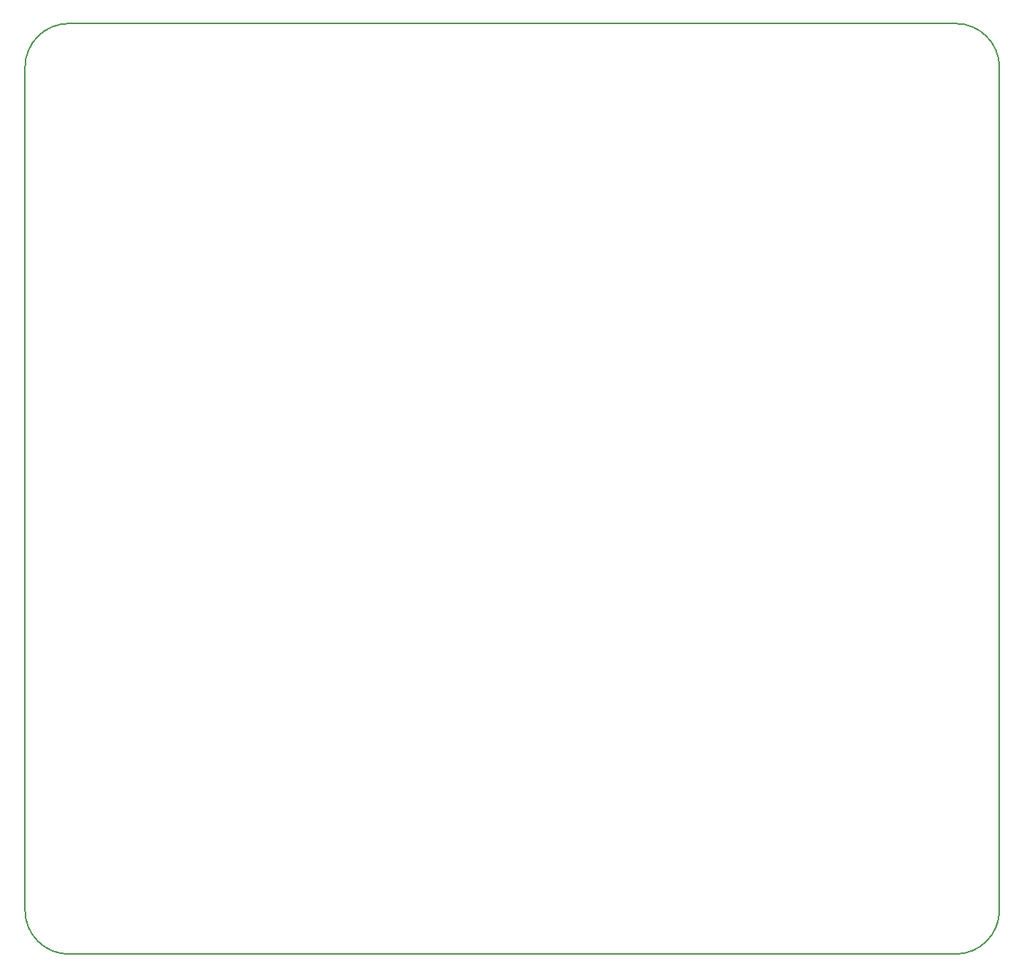
<source format=gbr>
G04 #@! TF.FileFunction,Profile,NP*
%FSLAX46Y46*%
G04 Gerber Fmt 4.6, Leading zero omitted, Abs format (unit mm)*
G04 Created by KiCad (PCBNEW 4.0.7) date 06/09/18 16:01:23*
%MOMM*%
%LPD*%
G01*
G04 APERTURE LIST*
%ADD10C,0.100000*%
%ADD11C,0.150000*%
G04 APERTURE END LIST*
D10*
D11*
X163830000Y-25400000D02*
G75*
G03X158750000Y-30480000I0J-5080000D01*
G01*
X158750000Y-128270000D02*
G75*
G03X163830000Y-133350000I5080000J0D01*
G01*
X266700000Y-133350000D02*
G75*
G03X271780000Y-128270000I0J5080000D01*
G01*
X271780000Y-30480000D02*
G75*
G03X266700000Y-25400000I-5080000J0D01*
G01*
X158750000Y-128270000D02*
X158750000Y-30480000D01*
X266700000Y-133350000D02*
X163830000Y-133350000D01*
X271780000Y-30480000D02*
X271780000Y-128270000D01*
X163830000Y-25400000D02*
X266700000Y-25400000D01*
M02*

</source>
